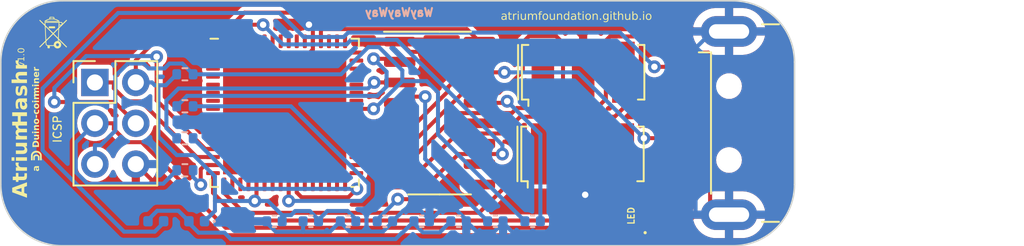
<source format=kicad_pcb>
(kicad_pcb (version 20221018) (generator pcbnew)
  (title_block (title "Atrium Hashr (PCB)") (date "2024-01-01") (rev "v1.0") (company "Atrium Foundation"))
  (layers (0 "F.Cu" signal) (31 "B.Cu" signal) (34 "B.Paste" user) (35 "F.Paste" user) (36 "B.SilkS" user "B.Silkscreen") (37 "F.SilkS" user "F.Silkscreen") (38 "B.Mask" user) (39 "F.Mask" user) (44 "Edge.Cuts" user))
  (net 0 "")
  (net 1 "RESET")
  (net 2 "VCC")
  (net 3 "Net-(U2-PD0)")
  (net 4 "TX")
  (net 5 "Net-(U2-PD1)")
  (net 6 "RX")
  (net 7 "Net-(U2-PB5)")
  (net 8 "SCK")
  (net 9 "GND")
  (net 10 "Net-(U1-V3)")
  (net 11 "Net-(J1-D+)")
  (net 12 "Net-(J1-D-)")
  (net 13 "Net-(U1-XI)")
  (net 14 "Net-(U1-XO)")
  (net 19 "Net-(U1-~{DTR})")
  (net 34 "MOSI")
  (net 35 "MISO")
  (net 36 "Net-(U2-PB6)")
  (net 37 "Net-(U2-PB7)")
  (net 75 "Net-(U2-AREF)")
  (net 76 "Net-(J1-VBUS)")
  (net 77 "VSUB")
  (footprint "LOGO" (layer "F.Cu") (at 75.487123 63.095277)
    (fp_text reference "G***" hide)
    (fp_text value "LOGO" hide)
  )
  (footprint "Crystal:Resonator_SMD-3Pin_7.2x3.0mm" (layer "F.Cu") (at 108.3909 65.5591)
    (fp_text reference "Y1" hide)
    (fp_text value "Resonator_Small" hide)
    (pad "1" smd rect (at -2.5 0) (size 1.4 3.8) (layers "F.Cu" "F.Paste" "F.Mask") (net 13 "Net-(U1-XI)"))
    (pad "2" smd rect (at 0 0) (size 1.4 3.8) (layers "F.Cu" "F.Paste" "F.Mask") (net 9 "GND"))
    (pad "3" smd rect (at 2.5 0) (size 1.4 3.8) (layers "F.Cu" "F.Paste" "F.Mask") (net 14 "Net-(U1-XO)"))
  )
  (footprint "Connector_USB:USB_A_CNCTech_1001-011-01101_Horizontal" (layer "F.Cu") (at 124.3479 68.7201)
    (fp_text reference "J1" hide)
    (fp_text value "USB_A" hide)
    (pad "" np_thru_hole circle (at -6.9 -2.3) (size 1.1 1.1) (drill 1.1) (layers "*.Cu" "*.Mask"))
    (pad "" np_thru_hole circle (at -6.9 2.3) (size 1.1 1.1) (drill 1.1) (layers "*.Cu" "*.Mask"))
    (pad "1" smd rect (at -9.65 -3.5) (size 2.5 1.1) (layers "F.Cu" "F.Paste" "F.Mask") (net 76 "Net-(J1-VBUS)"))
    (pad "2" smd rect (at -9.65 -1) (size 2.5 1.1) (layers "F.Cu" "F.Paste" "F.Mask") (net 12 "Net-(J1-D-)"))
    (pad "3" smd rect (at -9.65 1) (size 2.5 1.1) (layers "F.Cu" "F.Paste" "F.Mask") (net 11 "Net-(J1-D+)"))
    (pad "4" smd rect (at -9.65 3.5) (size 2.5 1.1) (layers "F.Cu" "F.Paste" "F.Mask") (net 9 "GND"))
    (pad "5" thru_hole oval (at -6.9 -5.7) (size 3.5 1.9) (drill oval 2.5 0.9) (layers "*.Cu" "*.Mask") (net 9 "GND"))
    (pad "5" thru_hole oval (at -6.9 5.7) (size 3.5 1.9) (drill oval 2.5 0.9) (layers "*.Cu" "*.Mask") (net 9 "GND"))
  )
  (footprint "LOGO" (layer "F.Cu") (at 74.447035 70.766077 90)
    (fp_text reference "G***" hide)
    (fp_text value "LOGO" hide)
  )
  (footprint "LED_SMD:LED_0402_1005Metric" (layer "F.Cu") (at 112.2409 74.4491 90)
    (fp_text reference "D1" hide)
    (fp_text value "LED - Blue" hide)
    (pad "1" smd roundrect (at -0.485 0 90) (size 0.59 0.64) (layers "F.Cu" "F.Paste" "F.Mask") (net 9 "GND"))
    (pad "2" smd roundrect (at 0.485 0 90) (size 0.59 0.64) (layers "F.Cu" "F.Paste" "F.Mask") (net 8 "SCK"))
  )
  (footprint "Package_SO:SOIC-16_3.9x9.9mm_P1.27mm" (layer "F.Cu") (at 99.4759 68.0991)
    (fp_text reference "U1" hide)
    (fp_text value "CH340G" hide)
    (pad "1" smd roundrect (at -2.475 -4.445) (size 1.95 0.6) (layers "F.Cu" "F.Paste" "F.Mask") (net 9 "GND"))
    (pad "2" smd roundrect (at -2.475 -3.175) (size 1.95 0.6) (layers "F.Cu" "F.Paste" "F.Mask") (net 4 "TX"))
    (pad "3" smd roundrect (at -2.475 -1.905) (size 1.95 0.6) (layers "F.Cu" "F.Paste" "F.Mask") (net 6 "RX"))
    (pad "4" smd roundrect (at -2.475 -0.635) (size 1.95 0.6) (layers "F.Cu" "F.Paste" "F.Mask") (net 10 "Net-(U1-V3)"))
    (pad "5" smd roundrect (at -2.475 0.635) (size 1.95 0.6) (layers "F.Cu" "F.Paste" "F.Mask") (net 11 "Net-(J1-D+)"))
    (pad "6" smd roundrect (at -2.475 1.905) (size 1.95 0.6) (layers "F.Cu" "F.Paste" "F.Mask") (net 12 "Net-(J1-D-)"))
    (pad "7" smd roundrect (at -2.475 3.175) (size 1.95 0.6) (layers "F.Cu" "F.Paste" "F.Mask") (net 13 "Net-(U1-XI)"))
    (pad "8" smd roundrect (at -2.475 4.445) (size 1.95 0.6) (layers "F.Cu" "F.Paste" "F.Mask") (net 14 "Net-(U1-XO)"))
    (pad "9" smd roundrect (at 2.475 4.445) (size 1.95 0.6) (layers "F.Cu" "F.Paste" "F.Mask"))
    (pad "10" smd roundrect (at 2.475 3.175) (size 1.95 0.6) (layers "F.Cu" "F.Paste" "F.Mask"))
    (pad "11" smd roundrect (at 2.475 1.905) (size 1.95 0.6) (layers "F.Cu" "F.Paste" "F.Mask"))
    (pad "12" smd roundrect (at 2.475 0.635) (size 1.95 0.6) (layers "F.Cu" "F.Paste" "F.Mask"))
    (pad "13" smd roundrect (at 2.475 -0.635) (size 1.95 0.6) (layers "F.Cu" "F.Paste" "F.Mask") (net 19 "Net-(U1-~{DTR})"))
    (pad "14" smd roundrect (at 2.475 -1.905) (size 1.95 0.6) (layers "F.Cu" "F.Paste" "F.Mask"))
    (pad "15" smd roundrect (at 2.475 -3.175) (size 1.95 0.6) (layers "F.Cu" "F.Paste" "F.Mask"))
    (pad "16" smd roundrect (at 2.475 -4.445) (size 1.95 0.6) (layers "F.Cu" "F.Paste" "F.Mask") (net 2 "VCC"))
  )
  (footprint "Connector_PinHeader_2.54mm:PinHeader_2x03_P2.54mm_Vertical" (layer "F.Cu") (at 78.0779 66.1941)
    (fp_text reference "J2" hide)
    (fp_text value "Conn_02x03_Odd_Even" hide)
    (pad "1" thru_hole rect (at 0 0) (size 1.7 1.7) (drill 1) (layers "*.Cu" "*.Mask") (net 35 "MISO"))
    (pad "2" thru_hole oval (at 2.54 0) (size 1.7 1.7) (drill 1) (layers "*.Cu" "*.Mask") (net 2 "VCC"))
    (pad "3" thru_hole oval (at 0 2.54) (size 1.7 1.7) (drill 1) (layers "*.Cu" "*.Mask") (net 8 "SCK"))
    (pad "4" thru_hole oval (at 2.54 2.54) (size 1.7 1.7) (drill 1) (layers "*.Cu" "*.Mask") (net 34 "MOSI"))
    (pad "5" thru_hole oval (at 0 5.08) (size 1.7 1.7) (drill 1) (layers "*.Cu" "*.Mask") (net 1 "RESET"))
    (pad "6" thru_hole oval (at 2.54 5.08) (size 1.7 1.7) (drill 1) (layers "*.Cu" "*.Mask") (net 9 "GND"))
  )
  (footprint "Crystal:Resonator_SMD-3Pin_7.2x3.0mm" (layer "F.Cu") (at 108.3509 70.6391)
    (fp_text reference "Y2" hide)
    (fp_text value "16 MHz" hide)
    (pad "1" smd rect (at -2.5 0) (size 1.4 3.8) (layers "F.Cu" "F.Paste" "F.Mask") (net 37 "Net-(U2-PB7)"))
    (pad "2" smd rect (at 0 0) (size 1.4 3.8) (layers "F.Cu" "F.Paste" "F.Mask") (net 9 "GND"))
    (pad "3" smd rect (at 2.5 0) (size 1.4 3.8) (layers "F.Cu" "F.Paste" "F.Mask") (net 36 "Net-(U2-PB6)"))
  )
  (footprint "Package_DFN_QFN:QFN-64-1EP_9x9mm_P0.5mm_EP7.65x7.65mm" (layer "F.Cu") (at 89.8609 68.0841)
    (fp_text reference "U2" hide)
    (fp_text value "ATmega2561-16M" hide)
    (pad "1" smd roundrect (at -4.45 -3.75) (size 0.85 0.25) (layers "F.Cu" "F.Paste" "F.Mask"))
    (pad "2" smd roundrect (at -4.45 -3.25) (size 0.85 0.25) (layers "F.Cu" "F.Paste" "F.Mask"))
    (pad "3" smd roundrect (at -4.45 -2.75) (size 0.85 0.25) (layers "F.Cu" "F.Paste" "F.Mask"))
    (pad "4" smd roundrect (at -4.45 -2.25) (size 0.85 0.25) (layers "F.Cu" "F.Paste" "F.Mask"))
    (pad "5" smd roundrect (at -4.45 -1.75) (size 0.85 0.25) (layers "F.Cu" "F.Paste" "F.Mask"))
    (pad "6" smd roundrect (at -4.45 -1.25) (size 0.85 0.25) (layers "F.Cu" "F.Paste" "F.Mask"))
    (pad "7" smd roundrect (at -4.45 -0.75) (size 0.85 0.25) (layers "F.Cu" "F.Paste" "F.Mask"))
    (pad "8" smd roundrect (at -4.45 -0.25) (size 0.85 0.25) (layers "F.Cu" "F.Paste" "F.Mask"))
    (pad "9" smd roundrect (at -4.45 0.25) (size 0.85 0.25) (layers "F.Cu" "F.Paste" "F.Mask"))
    (pad "10" smd roundrect (at -4.45 0.75) (size 0.85 0.25) (layers "F.Cu" "F.Paste" "F.Mask"))
    (pad "11" smd roundrect (at -4.45 1.25) (size 0.85 0.25) (layers "F.Cu" "F.Paste" "F.Mask"))
    (pad "12" smd roundrect (at -4.45 1.75) (size 0.85 0.25) (layers "F.Cu" "F.Paste" "F.Mask"))
    (pad "13" smd roundrect (at -4.45 2.25) (size 0.85 0.25) (layers "F.Cu" "F.Paste" "F.Mask") (net 34 "MOSI"))
    (pad "14" smd roundrect (at -4.45 2.75) (size 0.85 0.25) (layers "F.Cu" "F.Paste" "F.Mask") (net 35 "MISO"))
    (pad "15" smd roundrect (at -4.45 3.25) (size 0.85 0.25) (layers "F.Cu" "F.Paste" "F.Mask") (net 7 "Net-(U2-PB5)"))
    (pad "16" smd roundrect (at -4.45 3.75) (size 0.85 0.25) (layers "F.Cu" "F.Paste" "F.Mask") (net 36 "Net-(U2-PB6)"))
    (pad "17" smd roundrect (at -3.75 4.45) (size 0.25 0.85) (layers "F.Cu" "F.Paste" "F.Mask") (net 37 "Net-(U2-PB7)"))
    (pad "18" smd roundrect (at -3.25 4.45) (size 0.25 0.85) (layers "F.Cu" "F.Paste" "F.Mask"))
    (pad "19" smd roundrect (at -2.75 4.45) (size 0.25 0.85) (layers "F.Cu" "F.Paste" "F.Mask"))
    (pad "20" smd roundrect (at -2.25 4.45) (size 0.25 0.85) (layers "F.Cu" "F.Paste" "F.Mask"))
    (pad "21" smd roundrect (at -1.75 4.45) (size 0.25 0.85) (layers "F.Cu" "F.Paste" "F.Mask") (net 2 "VCC"))
    (pad "22" smd roundrect (at -1.25 4.45) (size 0.25 0.85) (layers "F.Cu" "F.Paste" "F.Mask") (net 9 "GND"))
    (pad "23" smd roundrect (at -0.75 4.45) (size 0.25 0.85) (layers "F.Cu" "F.Paste" "F.Mask"))
    (pad "24" smd roundrect (at -0.25 4.45) (size 0.25 0.85) (layers "F.Cu" "F.Paste" "F.Mask"))
    (pad "25" smd roundrect (at 0.25 4.45) (size 0.25 0.85) (layers "F.Cu" "F.Paste" "F.Mask") (net 3 "Net-(U2-PD0)"))
    (pad "26" smd roundrect (at 0.75 4.45) (size 0.25 0.85) (layers "F.Cu" "F.Paste" "F.Mask") (net 5 "Net-(U2-PD1)"))
    (pad "27" smd roundrect (at 1.25 4.45) (size 0.25 0.85) (layers "F.Cu" "F.Paste" "F.Mask"))
    (pad "28" smd roundrect (at 1.75 4.45) (size 0.25 0.85) (layers "F.Cu" "F.Paste" "F.Mask"))
    (pad "29" smd roundrect (at 2.25 4.45) (size 0.25 0.85) (layers "F.Cu" "F.Paste" "F.Mask"))
    (pad "30" smd roundrect (at 2.75 4.45) (size 0.25 0.85) (layers "F.Cu" "F.Paste" "F.Mask"))
    (pad "31" smd roundrect (at 3.25 4.45) (size 0.25 0.85) (layers "F.Cu" "F.Paste" "F.Mask"))
    (pad "32" smd roundrect (at 3.75 4.45) (size 0.25 0.85) (layers "F.Cu" "F.Paste" "F.Mask"))
    (pad "33" smd roundrect (at 4.45 3.75) (size 0.85 0.25) (layers "F.Cu" "F.Paste" "F.Mask"))
    (pad "34" smd roundrect (at 4.45 3.25) (size 0.85 0.25) (layers "F.Cu" "F.Paste" "F.Mask"))
    (pad "35" smd roundrect (at 4.45 2.75) (size 0.85 0.25) (layers "F.Cu" "F.Paste" "F.Mask"))
    (pad "36" smd roundrect (at 4.45 2.25) (size 0.85 0.25) (layers "F.Cu" "F.Paste" "F.Mask"))
    (pad "37" smd roundrect (at 4.45 1.75) (size 0.85 0.25) (layers "F.Cu" "F.Paste" "F.Mask"))
    (pad "38" smd roundrect (at 4.45 1.25) (size 0.85 0.25) (layers "F.Cu" "F.Paste" "F.Mask"))
    (pad "39" smd roundrect (at 4.45 0.75) (size 0.85 0.25) (layers "F.Cu" "F.Paste" "F.Mask"))
    (pad "40" smd roundrect (at 4.45 0.25) (size 0.85 0.25) (layers "F.Cu" "F.Paste" "F.Mask"))
    (pad "41" smd roundrect (at 4.45 -0.25) (size 0.85 0.25) (layers "F.Cu" "F.Paste" "F.Mask") (net 1 "RESET"))
    (pad "42" smd roundrect (at 4.45 -0.75) (size 0.85 0.25) (layers "F.Cu" "F.Paste" "F.Mask"))
    (pad "43" smd roundrect (at 4.45 -1.25) (size 0.85 0.25) (layers "F.Cu" "F.Paste" "F.Mask"))
    (pad "44" smd roundrect (at 4.45 -1.75) (size 0.85 0.25) (layers "F.Cu" "F.Paste" "F.Mask"))
    (pad "45" smd roundrect (at 4.45 -2.25) (size 0.85 0.25) (layers "F.Cu" "F.Paste" "F.Mask"))
    (pad "46" smd roundrect (at 4.45 -2.75) (size 0.85 0.25) (layers "F.Cu" "F.Paste" "F.Mask"))
    (pad "47" smd roundrect (at 4.45 -3.25) (size 0.85 0.25) (layers "F.Cu" "F.Paste" "F.Mask"))
    (pad "48" smd roundrect (at 4.45 -3.75) (size 0.85 0.25) (layers "F.Cu" "F.Paste" "F.Mask"))
    (pad "49" smd roundrect (at 3.75 -4.45) (size 0.25 0.85) (layers "F.Cu" "F.Paste" "F.Mask"))
    (pad "50" smd roundrect (at 3.25 -4.45) (size 0.25 0.85) (layers "F.Cu" "F.Paste" "F.Mask"))
    (pad "51" smd roundrect (at 2.75 -4.45) (size 0.25 0.85) (layers "F.Cu" "F.Paste" "F.Mask"))
    (pad "52" smd roundrect (at 2.25 -4.45) (size 0.25 0.85) (layers "F.Cu" "F.Paste" "F.Mask") (net 2 "VCC"))
    (pad "53" smd roundrect (at 1.75 -4.45) (size 0.25 0.85) (layers "F.Cu" "F.Paste" "F.Mask") (net 9 "GND"))
    (pad "54" smd roundrect (at 1.25 -4.45) (size 0.25 0.85) (layers "F.Cu" "F.Paste" "F.Mask"))
    (pad "55" smd roundrect (at 0.75 -4.45) (size 0.25 0.85) (layers "F.Cu" "F.Paste" "F.Mask"))
    (pad "56" smd roundrect (at 0.25 -4.45) (size 0.25 0.85) (layers "F.Cu" "F.Paste" "F.Mask"))
    (pad "57" smd roundrect (at -0.25 -4.45) (size 0.25 0.85) (layers "F.Cu" "F.Paste" "F.Mask"))
    (pad "58" smd roundrect (at -0.75 -4.45) (size 0.25 0.85) (layers "F.Cu" "F.Paste" "F.Mask"))
    (pad "59" smd roundrect (at -1.25 -4.45) (size 0.25 0.85) (layers "F.Cu" "F.Paste" "F.Mask"))
    (pad "60" smd roundrect (at -1.75 -4.45) (size 0.25 0.85) (layers "F.Cu" "F.Paste" "F.Mask"))
    (pad "61" smd roundrect (at -2.25 -4.45) (size 0.25 0.85) (layers "F.Cu" "F.Paste" "F.Mask"))
    (pad "62" smd roundrect (at -2.75 -4.45) (size 0.25 0.85) (layers "F.Cu" "F.Paste" "F.Mask") (net 75 "Net-(U2-AREF)"))
    (pad "63" smd roundrect (at -3.25 -4.45) (size 0.25 0.85) (layers "F.Cu" "F.Paste" "F.Mask") (net 9 "GND"))
    (pad "64" smd roundrect (at -3.75 -4.45) (size 0.25 0.85) (layers "F.Cu" "F.Paste" "F.Mask") (net 2 "VCC"))
    (pad "65" smd rect (at 0 0) (size 7.65 7.65) (layers "F.Cu" "F.Mask") (net 9 "GND"))
  )
  (footprint "Resistor_SMD:R_0402_1005Metric" (layer "B.Cu") (at 83.6659 69.6661 180)
    (fp_text reference "R3" hide)
    (fp_text value "1k" hide)
    (pad "1" smd roundrect (at -0.51 0 180) (size 0.54 0.64) (layers "B.Cu" "B.Paste" "B.Mask") (net 5 "Net-(U2-PD1)"))
    (pad "2" smd roundrect (at 0.51 0 180) (size 0.54 0.64) (layers "B.Cu" "B.Paste" "B.Mask") (net 6 "RX"))
  )
  (footprint "Capacitor_SMD:C_0402_1005Metric" (layer "B.Cu") (at 93.7979 74.8301 180)
    (fp_text reference "C6" hide)
    (fp_text value "4.7uF" hide)
    (pad "1" smd roundrect (at -0.48 0 180) (size 0.56 0.62) (layers "B.Cu" "B.Paste" "B.Mask") (net 2 "VCC"))
    (pad "2" smd roundrect (at 0.48 0 180) (size 0.56 0.62) (layers "B.Cu" "B.Paste" "B.Mask") (net 9 "GND"))
  )
  (footprint "Capacitor_SMD:C_0402_1005Metric" (layer "B.Cu") (at 102.9419 74.8301 180)
    (fp_text reference "C2" hide)
    (fp_text value "100nF" hide)
    (pad "1" smd roundrect (at -0.48 0 180) (size 0.56 0.62) (layers "B.Cu" "B.Paste" "B.Mask") (net 9 "GND"))
    (pad "2" smd roundrect (at 0.48 0 180) (size 0.56 0.62) (layers "B.Cu" "B.Paste" "B.Mask") (net 10 "Net-(U1-V3)"))
  )
  (footprint "Capacitor_SMD:C_0402_1005Metric" (layer "B.Cu") (at 91.4839 74.8301 180)
    (fp_text reference "C7" hide)
    (fp_text value "4.7uF" hide)
    (pad "1" smd roundrect (at -0.48 0 180) (size 0.56 0.62) (layers "B.Cu" "B.Paste" "B.Mask") (net 2 "VCC"))
    (pad "2" smd roundrect (at 0.48 0 180) (size 0.56 0.62) (layers "B.Cu" "B.Paste" "B.Mask") (net 9 "GND"))
  )
  (footprint "Capacitor_SMD:C_0402_1005Metric" (layer "B.Cu") (at 105.2559 74.8301 180)
    (fp_text reference "C1" hide)
    (fp_text value "100nF" hide)
    (pad "1" smd roundrect (at -0.48 0 180) (size 0.56 0.62) (layers "B.Cu" "B.Paste" "B.Mask") (net 19 "Net-(U1-~{DTR})"))
    (pad "2" smd roundrect (at 0.48 0 180) (size 0.56 0.62) (layers "B.Cu" "B.Paste" "B.Mask") (net 1 "RESET"))
  )
  (footprint "Diode_SMD:D_0402_1005Metric" (layer "B.Cu") (at 84.3999 74.8301 180)
    (fp_text reference "D2" hide)
    (fp_text value "SS1P3L" hide)
    (pad "1" smd roundrect (at -0.485 0 180) (size 0.59 0.64) (layers "B.Cu" "B.Paste" "B.Mask") (net 2 "VCC"))
    (pad "2" smd roundrect (at 0.485 0 180) (size 0.59 0.64) (layers "B.Cu" "B.Paste" "B.Mask") (net 77 "VSUB"))
  )
  (footprint "Resistor_SMD:R_0402_1005Metric" (layer "B.Cu") (at 83.6659 65.6861 180)
    (fp_text reference "R1" hide)
    (fp_text value "1k" hide)
    (pad "1" smd roundrect (at -0.51 0 180) (size 0.54 0.64) (layers "B.Cu" "B.Paste" "B.Mask") (net 1 "RESET"))
    (pad "2" smd roundrect (at 0.51 0 180) (size 0.54 0.64) (layers "B.Cu" "B.Paste" "B.Mask") (net 2 "VCC"))
  )
  (footprint "Capacitor_SMD:C_0402_1005Metric" (layer "B.Cu") (at 89.2259 74.8301 180)
    (fp_text reference "C8" hide)
    (fp_text value "100nF" hide)
    (pad "1" smd roundrect (at -0.48 0 180) (size 0.56 0.62) (layers "B.Cu" "B.Paste" "B.Mask") (net 2 "VCC"))
    (pad "2" smd roundrect (at 0.48 0 180) (size 0.56 0.62) (layers "B.Cu" "B.Paste" "B.Mask") (net 9 "GND"))
  )
  (footprint "Capacitor_SMD:C_0402_1005Metric" (layer "B.Cu") (at 96.0839 74.8301 180)
    (fp_text reference "C5" hide)
    (fp_text value "100nF" hide)
    (pad "1" smd roundrect (at -0.48 0 180) (size 0.56 0.62) (layers "B.Cu" "B.Paste" "B.Mask") (net 9 "GND"))
    (pad "2" smd roundrect (at 0.48 0 180) (size 0.56 0.62) (layers "B.Cu" "B.Paste" "B.Mask") (net 75 "Net-(U2-AREF)"))
  )
  (footprint "Resistor_SMD:R_0402_1005Metric" (layer "B.Cu") (at 83.6659 71.6561 180)
    (fp_text reference "R4" hide)
    (fp_text value "1k" hide)
    (pad "1" smd roundrect (at -0.51 0 180) (size 0.54 0.64) (layers "B.Cu" "B.Paste" "B.Mask") (net 7 "Net-(U2-PB5)"))
    (pad "2" smd roundrect (at 0.51 0 180) (size 0.54 0.64) (layers "B.Cu" "B.Paste" "B.Mask") (net 8 "SCK"))
  )
  (footprint "Capacitor_SMD:C_0402_1005Metric" (layer "B.Cu") (at 100.6559 74.8301 180)
    (fp_text reference "C3" hide)
    (fp_text value "100nF" hide)
    (pad "1" smd roundrect (at -0.48 0 180) (size 0.56 0.62) (layers "B.Cu" "B.Paste" "B.Mask") (net 9 "GND"))
    (pad "2" smd roundrect (at 0.48 0 180) (size 0.56 0.62) (layers "B.Cu" "B.Paste" "B.Mask") (net 77 "VSUB"))
  )
  (footprint "Capacitor_SMD:C_0402_1005Metric" (layer "B.Cu") (at 98.3699 74.8301 180)
    (fp_text reference "C4" hide)
    (fp_text value "4.7uF" hide)
    (pad "1" smd roundrect (at -0.48 0 180) (size 0.56 0.62) (layers "B.Cu" "B.Paste" "B.Mask") (net 9 "GND"))
    (pad "2" smd roundrect (at 0.48 0 180) (size 0.56 0.62) (layers "B.Cu" "B.Paste" "B.Mask") (net 77 "VSUB"))
  )
  (footprint "Fuse:Fuse_0402_1005Metric" (layer "B.Cu") (at 81.8599 74.8301 180)
    (fp_text reference "F1" hide)
    (fp_text value "Polyfuse_Small" hide)
    (pad "1" smd roundrect (at -0.485 0 180) (size 0.59 0.64) (layers "B.Cu" "B.Paste" "B.Mask") (net 76 "Net-(J1-VBUS)"))
    (pad "2" smd roundrect (at 0.485 0 180) (size 0.59 0.64) (layers "B.Cu" "B.Paste" "B.Mask") (net 77 "VSUB"))
  )
  (footprint "Resistor_SMD:R_0402_1005Metric" (layer "B.Cu") (at 83.6659 67.6761 180)
    (fp_text reference "R2" hide)
    (fp_text value "1k" hide)
    (pad "1" smd roundrect (at -0.51 0 180) (size 0.54 0.64) (layers "B.Cu" "B.Paste" "B.Mask") (net 3 "Net-(U2-PD0)"))
    (pad "2" smd roundrect (at 0.51 0 180) (size 0.54 0.64) (layers "B.Cu" "B.Paste" "B.Mask") (net 4 "TX"))
  )
  (gr_arc (start 72.235923 64.924077) (mid 73.35185 62.229988) (end 76.045923 61.114077) (stroke (width 0.1)) (layer "Edge.Cuts"))
  (gr_arc (start 117.701923 61.114077) (mid 120.395993 62.230007) (end 121.511923 64.924077) (stroke (width 0.1)) (layer "Edge.Cuts"))
  (gr_arc (start 121.511923 72.544077) (mid 120.396009 75.238177) (end 117.701923 76.354077) (stroke (width 0.1)) (layer "Edge.Cuts"))
  (gr_line (start 76.045923 61.114077) (end 117.701923 61.114077) (stroke (width 0.1)) (layer "Edge.Cuts"))
  (gr_arc (start 76.045923 76.354077) (mid 73.351839 75.238161) (end 72.235923 72.544077) (stroke (width 0.1)) (layer "Edge.Cuts"))
  (gr_line (start 121.511923 64.924077) (end 121.511923 72.544077) (stroke (width 0.1)) (layer "Edge.Cuts"))
  (gr_line (start 72.235923 72.544077) (end 72.235923 64.924077) (stroke (width 0.1)) (layer "Edge.Cuts"))
  (gr_line (start 117.701923 76.354077) (end 76.045923 76.354077) (stroke (width 0.1)) (layer "Edge.Cuts"))
  (gr_text "WayWayWay" (at 99.159923 62.130077) (layer "B.SilkS") (effects (font (size 0.5 0.5) (thickness 0.125)) (justify left bottom mirror)))
  (gr_text "miner" (at 74.674323 67.057677 90) (layer "F.SilkS") (effects (font (size 0.4 0.4) (thickness 0.08) bold) (justify left bottom)))
  (gr_text "atriumfoundation.github.io" (at 103.274723 62.384077) (layer "F.SilkS") (effects (font (size 0.5 0.5) (thickness 0.0625)) (justify left bottom)))
  (gr_text "LED" (at 111.605923 75.084077 90) (layer "F.SilkS") (effects (font (size 0.4 0.4) (thickness 0.08) bold) (justify left bottom)))
  (gr_text "Duino-coin" (at 74.674323 70.258077 90) (layer "F.SilkS") (effects (font (size 0.4 0.4) (thickness 0.08) bold) (justify left bottom)))
  (gr_text "a" (at 74.674323 71.731277 90) (layer "F.SilkS") (effects (font (size 0.4 0.4) (thickness 0.08) bold) (justify left bottom)))
  (gr_text "Hashr" (at 74.013923 68.988077 90) (layer "F.SilkS") (effects (font (size 0.9 0.9) (thickness 0.2) bold) (justify left bottom)))
  (gr_text "Atrium" (at 74.013923 73.372133 90) (layer "F.SilkS") (effects (font (size 0.9 0.9) (thickness 0.2) bold) (justify left bottom)))
  (gr_text "ICSP" (at 76.045923 70.004077 90) (layer "F.SilkS") (effects (font (size 0.5 0.5) (thickness 0.08) bold) (justify left bottom)))
  (gr_text "v1.0" (at 73.759923 65.244133 90) (layer "F.SilkS") (effects (font (size 0.4 0.4) (thickness 0.1)) (justify left bottom)))
  (segment (start 94.3145 67.8377) (end 94.3109 67.8341) (width 0.25) (layer "F.Cu") (net 1))
  (segment (start 95.3807 67.8377) (end 94.3145 67.8377) (width 0.25) (layer "F.Cu") (net 1))
  (via (at 95.3807 67.8377) (size 0.8) (drill 0.4) (layers "F.Cu" "B.Cu") (net 1))
  (segment (start 81.1162 65.0172) (end 81.422 65.323) (width 0.25) (layer "B.Cu") (net 1))
  (segment (start 95.7141 63.9954) (end 97.1649 65.4462) (width 0.25) (layer "B.Cu") (net 1))
  (segment (start 97.1649 65.4462) (end 97.1649 66.1095) (width 0.25) (layer "B.Cu") (net 1))
  (segment (start 97.1649 66.1095) (end 95.4367 67.8377) (width 0.25) (layer "B.Cu") (net 1))
  (segment (start 98.6805 66.1095) (end 97.1649 66.1095) (width 0.25) (layer "B.Cu") (net 1))
  (segment (start 79.3479 65.7857) (end 80.1164 65.0172) (width 0.25) (layer "B.Cu") (net 1))
  (segment (start 99.3795 66.8085) (end 98.6805 66.1095) (width 0.25) (layer "B.Cu") (net 1))
  (segment (start 84.1759 65.6861) (end 93.3605 65.6861) (width 0.25) (layer "B.Cu") (net 1))
  (segment (start 99.3795 69.4337) (end 99.3795 66.8085) (width 0.25) (layer "B.Cu") (net 1))
  (segment (start 78.0779 71.2741) (end 78.0779 70.0972) (width 0.25) (layer "B.Cu") (net 1))
  (segment (start 78.4437 70.0972) (end 79.3479 69.193) (width 0.25) (layer "B.Cu") (net 1))
  (segment (start 78.0779 70.0972) (end 78.4437 70.0972) (width 0.25) (layer "B.Cu") (net 1))
  (segment (start 95.4367 67.8377) (end 95.3807 67.8377) (width 0.25) (layer "B.Cu") (net 1))
  (segment (start 95.0512 63.9954) (end 95.7141 63.9954) (width 0.25) (layer "B.Cu") (net 1))
  (segment (start 83.507 65.0172) (end 84.1759 65.6861) (width 0.25) (layer "B.Cu") (net 1))
  (segment (start 79.3479 69.193) (end 79.3479 65.7857) (width 0.25) (layer "B.Cu") (net 1))
  (segment (start 93.3605 65.6861) (end 95.0512 63.9954) (width 0.25) (layer "B.Cu") (net 1))
  (segment (start 104.7759 74.8301) (end 99.3795 69.4337) (width 0.25) (layer "B.Cu") (net 1))
  (segment (start 82.3985 65.323) (end 82.7043 65.0172) (width 0.25) (layer "B.Cu") (net 1))
  (segment (start 81.422 65.323) (end 82.3985 65.323) (width 0.25) (layer "B.Cu") (net 1))
  (segment (start 80.1164 65.0172) (end 81.1162 65.0172) (width 0.25) (layer "B.Cu") (net 1))
  (segment (start 82.7043 65.0172) (end 83.507 65.0172) (width 0.25) (layer "B.Cu") (net 1))
  (segment (start 92.1109 62.8737) (end 92.1109 63.6341) (width 0.25) (layer "F.Cu") (net 2))
  (segment (start 101.1705 62.8737) (end 92.1109 62.8737) (width 0.25) (layer "F.Cu") (net 2))
  (segment (start 88.1109 73.461) (end 88.1109 72.5341) (width 0.25) (layer "F.Cu") (net 2))
  (segment (start 92.1109 62.3175) (end 91.6442 61.8508) (width 0.25) (layer "F.Cu") (net 2))
  (segment (start 101.9509 63.6541) (end 101.1705 62.8737) (width 0.25) (layer "F.Cu") (net 2))
  (segment (start 86.1109 63.1125) (end 86.1109 63.6341) (width 0.25) (layer "F.Cu") (net 2))
  (segment (start 81.8024 63.6341) (end 86.1109 63.6341) (width 0.25) (layer "F.Cu") (net 2))
  (segment (start 87.3726 61.8508) (end 86.1109 63.1125) (width 0.25) (layer "F.Cu") (net 2))
  (segment (start 92.1109 62.8737) (end 92.1109 62.3175) (width 0.25) (layer "F.Cu") (net 2))
  (segment (start 88.004 73.5679) (end 88.1109 73.461) (width 0.25) (layer "F.Cu") (net 2))
  (segment (start 80.6179 64.8186) (end 81.8024 63.6341) (width 0.25) (layer "F.Cu") (net 2))
  (segment (start 91.6442 61.8508) (end 87.3726 61.8508) (width 0.25) (layer "F.Cu") (net 2))
  (segment (start 80.6179 66.1941) (end 80.6179 64.8186) (width 0.25) (layer "F.Cu") (net 2))
  (via (at 88.004 73.5679) (size 0.8) (drill 0.4) (layers "F.Cu" "B.Cu") (net 2))
  (segment (start 85.53 74.185) (end 85.53 73.5679) (width 0.25) (layer "B.Cu") (net 2))
  (segment (start 94.2779 74.8301) (end 94.2779 74.7004) (width 0.25) (layer "B.Cu") (net 2))
  (segment (start 93.7673 74.1898) (end 92.5119 74.1898) (width 0.25) (layer "B.Cu") (net 2))
  (segment (start 94.2779 74.7004) (end 93.7673 74.1898) (width 0.25) (layer "B.Cu") (net 2))
  (segment (start 80.6179 66.1941) (end 81.622 66.1941) (width 0.25) (layer "B.Cu") (net 2))
  (segment (start 84.2071 70.7134) (end 85.53 72.0363) (width 0.25) (layer "B.Cu") (net 2))
  (segment (start 90.5133 74.1926) (end 91.4187 74.1926) (width 0.25) (layer "B.Cu") (net 2))
  (segment (start 81.622 66.1941) (end 81.7948 66.3669) (width 0.25) (layer "B.Cu") (net 2))
  (segment (start 89.7059 74.4497) (end 90.2562 74.4497) (width 0.25) (layer "B.Cu") (net 2))
  (segment (start 82.4751 66.3669) (end 83.1559 65.6861) (width 0.25) (layer "B.Cu") (net 2))
  (segment (start 82.0232 69.5752) (end 83.1614 70.7134) (width 0.25) (layer "B.Cu") (net 2))
  (segment (start 88.004 73.5679) (end 88.8241 73.5679) (width 0.25) (layer "B.Cu") (net 2))
  (segment (start 89.7059 74.4497) (end 89.7059 74.8301) (width 0.25) (layer "B.Cu") (net 2))
  (segment (start 82.0232 66.3669) (end 82.4751 66.3669) (width 0.25) (layer "B.Cu") (net 2))
  (segment (start 88.8241 73.5679) (end 89.7059 74.4497) (width 0.25) (layer "B.Cu") (net 2))
  (segment (start 90.2562 74.4497) (end 90.5133 74.1926) (width 0.25) (layer "B.Cu") (net 2))
  (segment (start 92.5119 74.1898) (end 91.9639 74.7378) (width 0.25) (layer "B.Cu") (net 2))
  (segment (start 84.8849 74.8301) (end 85.53 74.185) (width 0.25) (layer "B.Cu") (net 2))
  (segment (start 91.9639 74.7378) (end 91.9639 74.8301) (width 0.25) (layer "B.Cu") (net 2))
  (segment (start 85.53 73.5679) (end 88.004 73.5679) (width 0.25) (layer "B.Cu") (net 2))
  (segment (start 85.53 72.0363) (end 85.53 73.5679) (width 0.25) (layer "B.Cu") (net 2))
  (segment (start 81.7948 66.3669) (end 82.0232 66.3669) (width 0.25) (layer "B.Cu") (net 2))
  (segment (start 91.4187 74.1926) (end 91.9639 74.7378) (width 0.25) (layer "B.Cu") (net 2))
  (segment (start 83.1614 70.7134) (end 84.2071 70.7134) (width 0.25) (layer "B.Cu") (net 2))
  (segment (start 82.0232 66.3669) (end 82.0232 69.5752) (width 0.25) (layer "B.Cu") (net 2))
  (segment (start 90.1109 72.5341) (end 90.1109 73.5587) (width 0.25) (layer "F.Cu") (net 3))
  (segment (start 90.1109 73.5587) (end 90.1057 73.5639) (width 0.25) (layer "F.Cu") (net 3))
  (via (at 90.1057 73.5639) (size 0.8) (drill 0.4) (layers "F.Cu" "B.Cu") (net 3))
  (segment (start 95.0721 73.1208) (end 94.629 73.5639) (width 0.25) (layer "B.Cu") (net 3))
  (segment (start 90.2462 67.6761) (end 95.0721 72.502) (width 0.25) (layer "B.Cu") (net 3))
  (segment (start 94.629 73.5639) (end 90.1057 73.5639) (width 0.25) (layer "B.Cu") (net 3))
  (segment (start 95.0721 72.502) (end 95.0721 73.1208) (width 0.25) (layer "B.Cu") (net 3))
  (segment (start 84.1759 67.6761) (end 90.2462 67.6761) (width 0.25) (layer "B.Cu") (net 3))
  (segment (start 95.3807 64.7223) (end 96.7991 64.7223) (width 0.25) (layer "F.Cu") (net 4))
  (segment (start 96.7991 64.7223) (end 97.0009 64.9241) (width 0.25) (layer "F.Cu") (net 4))
  (via (at 95.3807 64.7223) (size 0.8) (drill 0.4) (layers "F.Cu" "B.Cu") (net 4))
  (segment (start 96.1876 66.4477) (end 95.6066 67.0287) (width 0.25) (layer "B.Cu") (net 4))
  (segment (start 95.6066 67.0287) (end 83.8033 67.0287) (width 0.25) (layer "B.Cu") (net 4))
  (segment (start 83.8033 67.0287) (end 83.1559 67.6761) (width 0.25) (layer "B.Cu") (net 4))
  (segment (start 95.3807 64.7223) (end 96.1876 65.5292) (width 0.25) (layer "B.Cu") (net 4))
  (segment (start 96.1876 65.5292) (end 96.1876 66.4477) (width 0.25) (layer "B.Cu") (net 4))
  (segment (start 90.6109 72.5341) (end 90.6109 73.0401) (width 0.25) (layer "F.Cu") (net 5))
  (segment (start 90.9057 73.3349) (end 93.8177 73.3349) (width 0.25) (layer "F.Cu") (net 5))
  (segment (start 90.6109 73.0401) (end 90.9057 73.3349) (width 0.25) (layer "F.Cu") (net 5))
  (segment (start 93.8177 73.3349) (end 94.3383 72.8143) (width 0.25) (layer "F.Cu") (net 5))
  (via (at 94.3383 72.8143) (size 0.8) (drill 0.4) (layers "F.Cu" "B.Cu") (net 5))
  (segment (start 84.1759 69.6661) (end 87.3241 72.8143) (width 0.25) (layer "B.Cu") (net 5))
  (segment (start 87.3241 72.8143) (end 94.3383 72.8143) (width 0.25) (layer "B.Cu") (net 5))
  (segment (start 95.4175 66.1941) (end 95.4152 66.1918) (width 0.25) (layer "F.Cu") (net 6))
  (segment (start 97.0009 66.1941) (end 95.4175 66.1941) (width 0.25) (layer "F.Cu") (net 6))
  (via (at 95.4152 66.1918) (size 0.8) (drill 0.4) (layers "F.Cu" "B.Cu") (net 6))
  (segment (start 82.5168 69.027) (end 82.5168 67.3208) (width 0.25) (layer "B.Cu") (net 6))
  (segment (start 82.5168 67.3208) (end 83.2685 66.5691) (width 0.25) (layer "B.Cu") (net 6))
  (segment (start 83.2685 66.5691) (end 95.0379 66.5691) (width 0.25) (layer "B.Cu") (net 6))
  (segment (start 95.0379 66.5691) (end 95.4152 66.1918) (width 0.25) (layer "B.Cu") (net 6))
  (segment (start 83.1559 69.6661) (end 82.5168 69.027) (width 0.25) (layer "B.Cu") (net 6))
  (segment (start 84.6491 72.5519) (end 84.6491 71.5921) (width 0.25) (layer "F.Cu") (net 7))
  (segment (start 84.6491 71.5921) (end 84.9071 71.3341) (width 0.25) (layer "F.Cu") (net 7))
  (segment (start 84.9071 71.3341) (end 85.4109 71.3341) (width 0.25) (layer "F.Cu") (net 7))
  (via (at 84.6491 72.5519) (size 0.8) (drill 0.4) (layers "F.Cu" "B.Cu") (net 7))
  (segment (start 84.1759 72.0787) (end 84.6491 72.5519) (width 0.25) (layer "B.Cu") (net 7))
  (segment (start 84.1759 71.6561) (end 84.1759 72.0787) (width 0.25) (layer "B.Cu") (net 7))
  (segment (start 79.2548 68.7341) (end 79.2548 69.102) (width 0.25) (layer "F.Cu") (net 8))
  (segment (start 78.0779 68.7341) (end 79.2548 68.7341) (width 0.25) (layer "F.Cu") (net 8))
  (segment (start 86.193 75.234) (end 110.3804 75.234) (width 0.25) (layer "F.Cu") (net 8))
  (segment (start 110.3804 75.234) (end 111.6503 73.9641) (width 0.25) (layer "F.Cu") (net 8))
  (segment (start 83.5781 72.6191) (end 86.193 75.234) (width 0.25) (layer "F.Cu") (net 8))
  (segment (start 79.2548 69.102) (end 80.0638 69.911) (width 0.25) (layer "F.Cu") (net 8))
  (segment (start 80.9824 69.911) (end 83.5781 72.5067) (width 0.25) (layer "F.Cu") (net 8))
  (segment (start 83.5781 72.5067) (end 83.5781 72.6191) (width 0.25) (layer "F.Cu") (net 8))
  (segment (start 111.6503 73.9641) (end 112.2409 73.9641) (width 0.25) (layer "F.Cu") (net 8))
  (segment (start 80.0638 69.911) (end 80.9824 69.911) (width 0.25) (layer "F.Cu") (net 8))
  (segment (start 83.1559 71.6561) (end 82.319 72.493) (width 0.25) (layer "B.Cu") (net 8))
  (segment (start 77.6143 72.493) (end 76.8925 71.7712) (width 0.25) (layer "B.Cu") (net 8))
  (segment (start 82.319 72.493) (end 77.6143 72.493) (width 0.25) (layer "B.Cu") (net 8))
  (segment (start 76.8925 69.9195) (end 78.0779 68.7341) (width 0.25) (layer "B.Cu") (net 8))
  (segment (start 76.8925 71.7712) (end 76.8925 69.9195) (width 0.25) (layer "B.Cu") (net 8))
  (segment (start 86.8869 64.3862) (end 86.6109 64.1102) (width 0.25) (layer "F.Cu") (net 9))
  (segment (start 108.3509 72.866) (end 108.5175 73.0326) (width 0.25) (layer "F.Cu") (net 9))
  (segment (start 108.3509 70.6391) (end 108.3509 72.866) (width 0.25) (layer "F.Cu") (net 9))
  (segment (start 115.371 63.0201) (end 115.2312 62.8803) (width 0.25) (layer "F.Cu") (net 9))
  (segment (start 88.6109 69.3341) (end 88.6109 72.5341) (width 0.25) (layer "F.Cu") (net 9))
  (segment (start 86.6109 64.1102) (end 86.6109 63.6341) (width 0.25) (layer "F.Cu") (net 9))
  (segment (start 91.6109 62.8455) (end 91.6109 63.6341) (width 0.25) (layer "F.Cu") (net 9))
  (segment (start 117.4479 63.0201) (end 115.371 63.0201) (width 0.25) (layer "F.Cu") (net 9))
  (segment (start 97.6358 64.289) (end 97.0009 63.6541) (width 0.25) (layer "F.Cu") (net 9))
  (segment (start 114.6979 72.2201) (end 116.2748 72.2201) (width 0.25) (layer "F.Cu") (net 9))
  (segment (start 80.6179 71.2741) (end 85.0428 75.699) (width 0.25) (layer "F.Cu") (net 9))
  (segment (start 102.9865 64.289) (end 97.6358 64.289) (width 0.25) (layer "F.Cu") (net 9))
  (segment (start 107.8047 62.8594) (end 104.4161 62.8594) (width 0.25) (layer "F.Cu") (net 9))
  (segment (start 108.3909 65.5591) (end 108.3909 63.4456) (width 0.25) (layer "F.Cu") (net 9))
  (segment (start 108.8428 62.8803) (end 108.3909 63.3322) (width 0.25) (layer "F.Cu") (net 9))
  (segment (start 89.8609 68.0841) (end 88.6109 69.3341) (width 0.25) (layer "F.Cu") (net 9))
  (segment (start 115.9594 74.4201) (end 115.371 74.4201) (width 0.25) (layer "F.Cu") (net 9))
  (segment (start 115.2312 62.8803) (end 108.8428 62.8803) (width 0.25) (layer "F.Cu") (net 9))
  (segment (start 114.857 74.9341) (end 112.2409 74.9341) (width 0.25) (layer "F.Cu") (net 9))
  (segment (start 117.4479 74.4201) (end 115.9594 74.4201) (width 0.25) (layer "F.Cu") (net 9))
  (segment (start 89.8609 64.3862) (end 89.8609 68.0841) (width 0.25) (layer "F.Cu") (net 9))
  (segment (start 115.371 74.4201) (end 114.857 74.9341) (width 0.25) (layer "F.Cu") (net 9))
  (segment (start 111.476 75.699) (end 112.2409 74.9341) (width 0.25) (layer "F.Cu") (net 9))
  (segment (start 85.0428 75.699) (end 111.476 75.699) (width 0.25) (layer "F.Cu") (net 9))
  (segment (start 108.3909 63.4456) (end 107.8047 62.8594) (width 0.25) (layer "F.Cu") (net 9))
  (segment (start 89.8609 64.3862) (end 86.8869 64.3862) (width 0.25) (layer "F.Cu") (net 9))
  (segment (start 108.5175 73.0326) (end 108.5175 73.1812) (width 0.25) (layer "F.Cu") (net 9))
  (segment (start 104.4161 62.8594) (end 102.9865 64.289) (width 0.25) (layer "F.Cu") (net 9))
  (segment (start 115.9594 74.4201) (end 116.2748 74.1047) (width 0.25) (layer "F.Cu") (net 9))
  (segment (start 91.3669 64.3862) (end 91.6109 64.1422) (width 0.25) (layer "F.Cu") (net 9))
  (segment (start 89.8609 64.3862) (end 91.3669 64.3862) (width 0.25) (layer "F.Cu") (net 9))
  (segment (start 116.2748 74.1047) (end 116.2748 72.2201) (width 0.25) (layer "F.Cu") (net 9))
  (segment (start 108.3909 63.4456) (end 108.3909 63.3322) (width 0.25) (layer "F.Cu") (net 9))
  (segment (start 91.6109 64.1422) (end 91.6109 63.6341) (width 0.25) (layer "F.Cu") (net 9))
  (segment (start 91.3658 62.6004) (end 91.6109 62.8455) (width 0.25) (layer "F.Cu") (net 9))
  (via (at 108.5175 73.1812) (size 0.8) (drill 0.4) (layers "F.Cu" "B.Cu") (net 9))
  (via (at 91.3658 62.6004) (size 0.8) (drill 0.4) (layers "F.Cu" "B.Cu") (net 9))
  (segment (start 103.4219 74.9199) (end 103.9935 75.4915) (width 0.25) (layer "B.Cu") (net 9))
  (segment (start 98.9012 74.7788) (end 99.561 74.119) (width 0.25) (layer "B.Cu") (net 9))
  (segment (start 108.5175 74.4201) (end 115.371 74.4201) (width 0.25) (layer "B.Cu") (net 9))
  (segment (start 100.514 74.119) (end 101.1359 74.7409) (width 0.25) (layer "B.Cu") (net 9))
  (segment (start 93.8988 75.4675) (end 93.3179 74.8866) (width 0.25) (layer "B.Cu") (net 9))
  (segment (start 96.5639 74.8715) (end 95.9679 75.4675) (width 0.25) (layer "B.Cu") (net 9))
  (segment (start 103.9935 75.4915) (end 107.4461 75.4915) (width 0.25) (layer "B.Cu") (net 9))
  (segment (start 107.4461 75.4915) (end 108.5175 74.4201) (width 0.25) (layer "B.Cu") (net 9))
  (segment (start 98.3141 74.1917) (end 98.9012 74.7788) (width 0.25) (layer "B.Cu") (net 9))
  (segment (start 95.9679 75.4675) (end 93.8988 75.4675) (width 0.25) (layer "B.Cu") (net 9))
  (segment (start 91.0039 74.8301) (end 91.0039 75.4852) (width 0.25) (layer "B.Cu") (net 9))
  (segment (start 97.2023 74.1917) (end 98.3141 74.1917) (width 0.25) (layer "B.Cu") (net 9))
  (segment (start 88.7459 74.8301) (end 88.7459 74.9191) (width 0.25) (layer "B.Cu") (net 9))
  (segment (start 99.561 74.119) (end 100.514 74.119) (width 0.25) (layer "B.Cu") (net 9))
  (segment (start 102.8728 75.469) (end 103.4219 74.9199) (width 0.25) (layer "B.Cu") (net 9))
  (segment (start 116.4095 63.0201) (end 115.371 64.0586) (width 0.25) (layer "B.Cu") (net 9))
  (segment (start 117.4479 63.0201) (end 116.4095 63.0201) (width 0.25) (layer "B.Cu") (net 9))
  (segment (start 88.7459 74.9191) (end 89.312 75.4852) (width 0.25) (layer "B.Cu") (net 9))
  (segment (start 115.371 64.0586) (end 113.9128 62.6004) (width 0.25) (layer "B.Cu") (net 9))
  (segment (start 92.6628 75.4852) (end 93.3179 74.8301) (width 0.25) (layer "B.Cu") (net 9))
  (segment (start 103.4219 74.9199) (end 103.4219 74.8301) (width 0.25) (layer "B.Cu") (net 9))
  (segment (start 101.1359 74.8301) (end 101.7748 75.469) (width 0.25) (layer "B.Cu") (net 9))
  (segment (start 96.5639 74.8301) (end 96.5639 74.8715) (width 0.25) (layer "B.Cu") (net 9))
  (segment (start 89.312 75.4852) (end 91.0039 75.4852) (width 0.25) (layer "B.Cu") (net 9))
  (segment (start 113.9128 62.6004) (end 91.3658 62.6004) (width 0.25) (layer "B.Cu") (net 9))
  (segment (start 101.7748 75.469) (end 102.8728 75.469) (width 0.25) (layer "B.Cu") (net 9))
  (segment (start 91.0039 75.4852) (end 92.6628 75.4852) (width 0.25) (layer "B.Cu") (net 9))
  (segment (start 93.3179 74.8866) (end 93.3179 74.8301) (width 0.25) (layer "B.Cu") (net 9))
  (segment (start 108.5175 74.4201) (end 108.5175 73.1812) (width 0.25) (layer "B.Cu") (net 9))
  (segment (start 115.371 64.0586) (end 115.371 74.4201) (width 0.25) (layer "B.Cu") (net 9))
  (segment (start 96.5639 74.8301) (end 97.2023 74.1917) (width 0.25) (layer "B.Cu") (net 9))
  (segment (start 117.4479 74.4201) (end 115.371 74.4201) (width 0.25) (layer "B.Cu") (net 9))
  (segment (start 101.1359 74.7409) (end 101.1359 74.8301) (width 0.25) (layer "B.Cu") (net 9))
  (segment (start 98.8499 74.8301) (end 98.9012 74.7788) (width 0.25) (layer "B.Cu") (net 9))
  (segment (start 97.3882 67.0768) (end 98.5819 67.0768) (width 0.25) (layer "F.Cu") (net 10))
  (segment (start 97.0009 67.4641) (end 97.3882 67.0768) (width 0.25) (layer "F.Cu") (net 10))
  (via (at 98.5819 67.0768) (size 0.8) (drill 0.4) (layers "F.Cu" "B.Cu") (net 10))
  (segment (start 98.5819 70.9501) (end 98.5819 67.0768) (width 0.25) (layer "B.Cu") (net 10))
  (segment (start 102.4619 74.8301) (end 98.5819 70.9501) (width 0.25) (layer "B.Cu") (net 10))
  (segment (start 113.0616 69.6607) (end 113.121 69.7201) (width 0.25) (layer "F.Cu") (net 11))
  (segment (start 100.9251 65.5666) (end 99.995 66.4967) (width 0.25) (layer "F.Cu") (net 11))
  (segment (start 103.501 65.5666) (end 100.9251 65.5666) (width 0.25) (layer "F.Cu") (net 11))
  (segment (start 114.6979 69.7201) (end 113.121 69.7201) (width 0.25) (layer "F.Cu") (net 11))
  (segment (start 99.995 66.4967) (end 99.995 66.7547) (width 0.25) (layer "F.Cu") (net 11))
  (segment (start 99.995 66.7547) (end 98.0156 68.7341) (width 0.25) (layer "F.Cu") (net 11))
  (segment (start 98.0156 68.7341) (end 97.0009 68.7341) (width 0.25) (layer "F.Cu") (net 11))
  (segment (start 112.1624 69.6607) (end 113.0616 69.6607) (width 0.25) (layer "F.Cu") (net 11))
  (via (at 112.1624 69.6607) (size 0.8) (drill 0.4) (layers "F.Cu" "B.Cu") (net 11))
  (via (at 103.501 65.5666) (size 0.8) (drill 0.4) (layers "F.Cu" "B.Cu") (net 11))
  (segment (start 108.0683 65.5666) (end 103.501 65.5666) (width 0.25) (layer "B.Cu") (net 11))
  (segment (start 112.1624 69.6607) (end 108.0683 65.5666) (width 0.25) (layer "B.Cu") (net 11))
  (segment (start 100.9252 66.8291) (end 97.7502 70.0041) (width 0.25) (layer "F.Cu") (net 12))
  (segment (start 107.5555 67.786) (end 107.1409 67.3714) (width 0.25) (layer "F.Cu") (net 12))
  (segment (start 116.2748 64.4507) (end 116.1658 64.3417) (width 0.25) (layer "F.Cu") (net 12))
  (segment (start 103.4773 66.5296) (end 103.1778 66.8291) (width 0.25) (layer "F.Cu") (net 12))
  (segment (start 97.7502 70.0041) (end 97.0009 70.0041) (width 0.25) (layer "F.Cu") (net 12))
  (segment (start 107.1409 67.3714) (end 107.1409 63.7424) (width 0.25) (layer "F.Cu") (net 12))
  (segment (start 104.6454 63.6965) (end 104.6454 65.4974) (width 0.25) (layer "F.Cu") (net 12))
  (segment (start 114.6979 67.7201) (end 116.2748 67.7201) (width 0.25) (layer "F.Cu") (net 12))
  (segment (start 103.1778 66.8291) (end 100.9252 66.8291) (width 0.25) (layer "F.Cu") (net 12))
  (segment (start 109.8005 63.5872) (end 109.8005 67.2236) (width 0.25) (layer "F.Cu") (net 12))
  (segment (start 114.0674 64.3417) (end 113.0579 63.3322) (width 0.25) (layer "F.Cu") (net 12))
  (segment (start 105.0297 63.3122) (end 104.6454 63.6965) (width 0.25) (layer "F.Cu") (net 12))
  (segment (start 106.7107 63.3122) (end 105.0297 63.3122) (width 0.25) (layer "F.Cu") (net 12))
  (segment (start 116.2748 67.7201) (end 116.2748 64.4507) (width 0.25) (layer "F.Cu") (net 12))
  (segment (start 107.1409 63.7424) (end 106.7107 63.3122) (width 0.25) (layer "F.Cu") (net 12))
  (segment (start 109.2381 67.786) (end 107.5555 67.786) (width 0.25) (layer "F.Cu") (net 12))
  (segment (start 110.0555 63.3322) (end 109.8005 63.5872) (width 0.25) (layer "F.Cu") (net 12))
  (segment (start 104.6454 65.4974) (end 103.6132 66.5296) (width 0.25) (layer "F.Cu") (net 12))
  (segment (start 113.0579 63.3322) (end 110.0555 63.3322) (width 0.25) (layer "F.Cu") (net 12))
  (segment (start 116.1658 64.3417) (end 114.0674 64.3417) (width 0.25) (layer "F.Cu") (net 12))
  (segment (start 109.8005 67.2236) (end 109.2381 67.786) (width 0.25) (layer "F.Cu") (net 12))
  (segment (start 103.6132 66.5296) (end 103.4773 66.5296) (width 0.25) (layer "F.Cu") (net 12))
  (segment (start 105.8909 65.5591) (end 105.8909 67.786) (width 0.25) (layer "F.Cu") (net 13))
  (segment (start 104.2768 67.786) (end 105.8909 67.786) (width 0.25) (layer "F.Cu") (net 13))
  (segment (start 103.9637 68.0991) (end 104.2768 67.786) (width 0.25) (layer "F.Cu") (net 13))
  (segment (start 97.0009 71.2741) (end 97.4398 71.2741) (width 0.25) (layer "F.Cu") (net 13))
  (segment (start 100.6148 68.0991) (end 103.9637 68.0991) (width 0.25) (layer "F.Cu") (net 13))
  (segment (start 97.4398 71.2741) (end 100.6148 68.0991) (width 0.25) (layer "F.Cu") (net 13))
  (segment (start 104.4851 68.325) (end 110.3519 68.325) (width 0.25) (layer "F.Cu") (net 14))
  (segment (start 110.8909 65.5591) (end 110.8909 67.786) (width 0.25) (layer "F.Cu") (net 14))
  (segment (start 97.4041 72.5441) (end 100.5791 69.3691) (width 0.25) (layer "F.Cu") (net 14))
  (segment (start 103.441 69.3691) (end 104.4851 68.325) (width 0.25) (layer "F.Cu") (net 14))
  (segment (start 100.5791 69.3691) (end 103.441 69.3691) (width 0.25) (layer "F.Cu") (net 14))
  (segment (start 97.0009 72.5441) (end 97.4041 72.5441) (width 0.25) (layer "F.Cu") (net 14))
  (segment (start 110.3519 68.325) (end 110.8909 67.786) (width 0.25) (layer "F.Cu") (net 14))
  (segment (start 103.6745 67.3603) (end 103.5707 67.4641) (width 0.25) (layer "F.Cu") (net 19))
  (segment (start 103.5707 67.4641) (end 101.9509 67.4641) (width 0.25) (layer "F.Cu") (net 19))
  (via (at 103.6745 67.3603) (size 0.8) (drill 0.4) (layers "F.Cu" "B.Cu") (net 19))
  (segment (start 105.7359 74.8301) (end 105.7359 69.4217) (width 0.25) (layer "B.Cu") (net 19))
  (segment (start 105.7359 69.4217) (end 103.6745 67.3603) (width 0.25) (layer "B.Cu") (net 19))
  (segment (start 81.9102 64.5928) (end 81.9102 67.3095) (width 0.25) (layer "F.Cu") (net 34))
  (segment (start 79.294 67.4102) (end 75.5594 67.4102) (width 0.25) (layer "F.Cu") (net 34))
  (segment (start 80.6179 68.7341) (end 79.294 67.4102) (width 0.25) (layer "F.Cu") (net 34))
  (segment (start 84.9348 70.3341) (end 85.4109 70.3341) (width 0.25) (layer "F.Cu") (net 34))
  (segment (start 81.9102 67.3095) (end 84.9348 70.3341) (width 0.25) (layer "F.Cu") (net 34))
  (via (at 75.5594 67.4102) (size 0.8) (drill 0.4) (layers "F.Cu" "B.Cu") (net 34))
  (via (at 81.9102 64.5928) (size 0.8) (drill 0.4) (layers "F.Cu" "B.Cu") (net 34))
  (segment (start 81.8705 64.5531) (end 81.9102 64.5928) (width 0.25) (layer "B.Cu") (net 34))
  (segment (start 77.5377 64.5531) (end 81.8705 64.5531) (width 0.25) (layer "B.Cu") (net 34))
  (segment (start 75.5594 67.4102) (end 75.5594 66.5314) (width 0.25) (layer "B.Cu") (net 34))
  (segment (start 75.5594 66.5314) (end 77.5377 64.5531) (width 0.25) (layer "B.Cu") (net 34))
  (segment (start 79.2548 66.1941) (end 79.2548 66.5599) (width 0.25) (layer "F.Cu") (net 35))
  (segment (start 78.0779 66.1941) (end 79.2548 66.1941) (width 0.25) (layer "F.Cu") (net 35))
  (segment (start 84.3982 70.8341) (end 85.4109 70.8341) (width 0.25) (layer "F.Cu") (net 35))
  (segment (start 79.2548 66.5599) (end 80.0659 67.371) (width 0.25) (layer "F.Cu") (net 35))
  (segment (start 80.0659 67.371) (end 80.9351 67.371) (width 0.25) (layer "F.Cu") (net 35))
  (segment (start 80.9351 67.371) (end 84.3982 70.8341) (width 0.25) (layer "F.Cu") (net 35))
  (segment (start 85.4109 73.0601) (end 85.4109 71.8341) (width 0.25) (layer "F.Cu") (net 36))
  (segment (start 110.8509 72.866) (end 108.9348 74.7821) (width 0.25) (layer "F.Cu") (net 36))
  (segment (start 110.8509 70.6391) (end 110.8509 72.866) (width 0.25) (layer "F.Cu") (net 36))
  (segment (start 87.1329 74.7821) (end 85.4109 73.0601) (width 0.25) (layer "F.Cu") (net 36))
  (segment (start 108.9348 74.7821) (end 87.1329 74.7821) (width 0.25) (layer "F.Cu") (net 36))
  (segment (start 87.3364 74.3046) (end 86.1109 73.0791) (width 0.25) (layer "F.Cu") (net 37))
  (segment (start 104.824 70.6391) (end 104.824 71.4093) (width 0.25) (layer "F.Cu") (net 37))
  (segment (start 104.824 71.4093) (end 101.9287 74.3046) (width 0.25) (layer "F.Cu") (net 37))
  (segment (start 86.1109 73.0791) (end 86.1109 72.5341) (width 0.25) (layer "F.Cu") (net 37))
  (segment (start 105.8509 70.6391) (end 104.824 70.6391) (width 0.25) (layer "F.Cu") (net 37))
  (segment (start 101.9287 74.3046) (end 87.3364 74.3046) (width 0.25) (layer "F.Cu") (net 37))
  (segment (start 87.1109 63.0886) (end 87.1109 63.6341) (width 0.25) (layer "F.Cu") (net 75))
  (segment (start 100.6557 70.6466) (end 97.8466 73.4557) (width 0.25) (layer "F.Cu") (net 75))
  (segment (start 87.5979 62.6016) (end 87.1109 63.0886) (width 0.25) (layer "F.Cu") (net 75))
  (segment (start 103.3767 70.6466) (end 100.6557 70.6466) (width 0.25) (layer "F.Cu") (net 75))
  (segment (start 97.8466 73.4557) (end 96.8803 73.4557) (width 0.25) (layer "F.Cu") (net 75))
  (segment (start 88.5208 62.6016) (end 87.5979 62.6016) (width 0.25) (layer "F.Cu") (net 75))
  (via (at 96.8803 73.4557) (size 0.8) (drill 0.4) (layers "F.Cu" "B.Cu") (net 75))
  (via (at 88.5208 62.6016) (size 0.8) (drill 0.4) (layers "F.Cu" "B.Cu") (net 75))
  (via (at 103.3767 70.6466) (size 0.8) (drill 0.4) (layers "F.Cu" "B.Cu") (net 75))
  (segment (start 93.9843 63.5435) (end 93.7019 63.8259) (width 0.25) (layer "B.Cu") (net 75))
  (segment (start 103.3767 70.0872) (end 96.833 63.5435) (width 0.25) (layer "B.Cu") (net 75))
  (segment (start 93.7019 63.8259) (end 89.7451 63.8259) (width 0.25) (layer "B.Cu") (net 75))
  (segment (start 103.3767 70.6466) (end 103.3767 70.0872) (width 0.25) (layer "B.Cu") (net 75))
  (segment (start 96.833 63.5435) (end 93.9843 63.5435) (width 0.25) (layer "B.Cu") (net 75))
  (segment (start 89.7451 63.8259) (end 88.5208 62.6016) (width 0.25) (layer "B.Cu") (net 75))
  (segment (start 95.6039 74.7321) (end 96.8803 73.4557) (width 0.25) (layer "B.Cu") (net 75))
  (segment (start 95.6039 74.8301) (end 95.6039 74.7321) (width 0.25) (layer "B.Cu") (net 75))
  (segment (start 113.121 65.2201) (end 112.814 65.2201) (width 0.25) (layer "F.Cu") (net 76))
  (segment (start 114.6979 65.2201) (end 113.121 65.2201) (width 0.25) (layer "F.Cu") (net 76))
  (via (at 112.814 65.2201) (size 0.8) (drill 0.4) (layers "F.Cu" "B.Cu") (net 76))
  (segment (start 81.788 75.4781) (end 82.3449 74.9212) (width 0.25) (layer "B.Cu") (net 76))
  (segment (start 91.0371 63.3657) (end 89.5408 61.8694) (width 0.25) (layer "B.Cu") (net 76))
  (segment (start 93.523 63.3657) (end 91.0371 63.3657) (width 0.25) (layer "B.Cu") (net 76))
  (segment (start 74.8311 66.5637) (end 74.8311 70.4206) (width 0.25) (layer "B.Cu") (net 76))
  (segment (start 79.8886 75.4781) (end 81.788 75.4781) (width 0.25) (layer "B.Cu") (net 76))
  (segment (start 89.5408 61.8694) (end 79.5254 61.8694) (width 0.25) (layer "B.Cu") (net 76))
  (segment (start 79.5254 61.8694) (end 74.8311 66.5637) (width 0.25) (layer "B.Cu") (net 76))
  (segment (start 82.3449 74.9212) (end 82.3449 74.8301) (width 0.25) (layer "B.Cu") (net 76))
  (segment (start 112.814 65.2201) (end 110.6855 63.0916) (width 0.25) (layer "B.Cu") (net 76))
  (segment (start 110.6855 63.0916) (end 93.7971 63.0916) (width 0.25) (layer "B.Cu") (net 76))
  (segment (start 74.8311 70.4206) (end 79.8886 75.4781) (width 0.25) (layer "B.Cu") (net 76))
  (segment (start 93.7971 63.0916) (end 93.523 63.3657) (width 0.25) (layer "B.Cu") (net 76))
  (segment (start 84.522 75.5415) (end 86.1216 75.5415) (width 0.25) (layer "B.Cu") (net 77))
  (segment (start 81.3749 74.7493) (end 81.9445 74.1797) (width 0.25) (layer "B.Cu") (net 77))
  (segment (start 83.9149 74.8301) (end 83.9149 74.9344) (width 0.25) (layer "B.Cu") (net 77))
  (segment (start 81.3749 74.8301) (end 81.3749 74.7493) (width 0.25) (layer "B.Cu") (net 77))
  (segment (start 97.1785 75.5415) (end 97.8198 74.9002) (width 0.25) (layer "B.Cu") (net 77))
  (segment (start 96.7458 75.9371) (end 97.1414 75.5415) (width 0.25) (layer "B.Cu") (net 77))
  (segment (start 81.9445 74.1797) (end 83.2645 74.1797) (width 0.25) (layer "B.Cu") (net 77))
  (segment (start 86.1216 75.5415) (end 86.5172 75.9371) (width 0.25) (layer "B.Cu") (net 77))
  (segment (start 97.8198 74.9002) (end 98.4382 75.5187) (width 0.25) (layer "B.Cu") (net 77))
  (segment (start 83.2645 74.1797) (end 83.9149 74.8301) (width 0.25) (layer "B.Cu") (net 77))
  (segment (start 86.5172 75.9371) (end 96.7458 75.9371) (width 0.25) (layer "B.Cu") (net 77))
  (segment (start 83.9149 74.9344) (end 84.522 75.5415) (width 0.25) (layer "B.Cu") (net 77))
  (segment (start 99.4873 75.5187) (end 100.1759 74.8301) (width 0.25) (layer "B.Cu") (net 77))
  (segment (start 97.1414 75.5415) (end 97.1785 75.5415) (width 0.25) (layer "B.Cu") (net 77))
  (segment (start 98.4382 75.5187) (end 99.4873 75.5187) (width 0.25) (layer "B.Cu") (net 77))
  (segment (start 97.8198 74.9002) (end 97.8899 74.8301) (width 0.25) (layer "B.Cu") (net 77))
  (zone (net 9) (net_name "GND") (layer "F.Cu") (connect_pads (clearance 0.254)) (min_thickness 0.254) (fill yes (thermal_gap 0.508) (thermal_bridge_width 0.508) (island_removal_mode 1) (island_area_min 10))
    (polygon (pts (xy 72.235923 61.114077) (xy 72.235923 76.354077) (xy 121.511923 76.354077) (xy 121.511923 61.114077)))
  )
  (zone (net 9) (net_name "GND") (layer "B.Cu") (connect_pads (clearance 0.254)) (min_thickness 0.254) (fill yes (thermal_gap 0.508) (thermal_bridge_width 0.508) (island_removal_mode 1) (island_area_min 10))
    (polygon (pts (xy 72.235923 61.114077) (xy 72.235923 76.354077) (xy 121.511923 76.354077) (xy 121.511923 61.114077)))
  )
)
</source>
